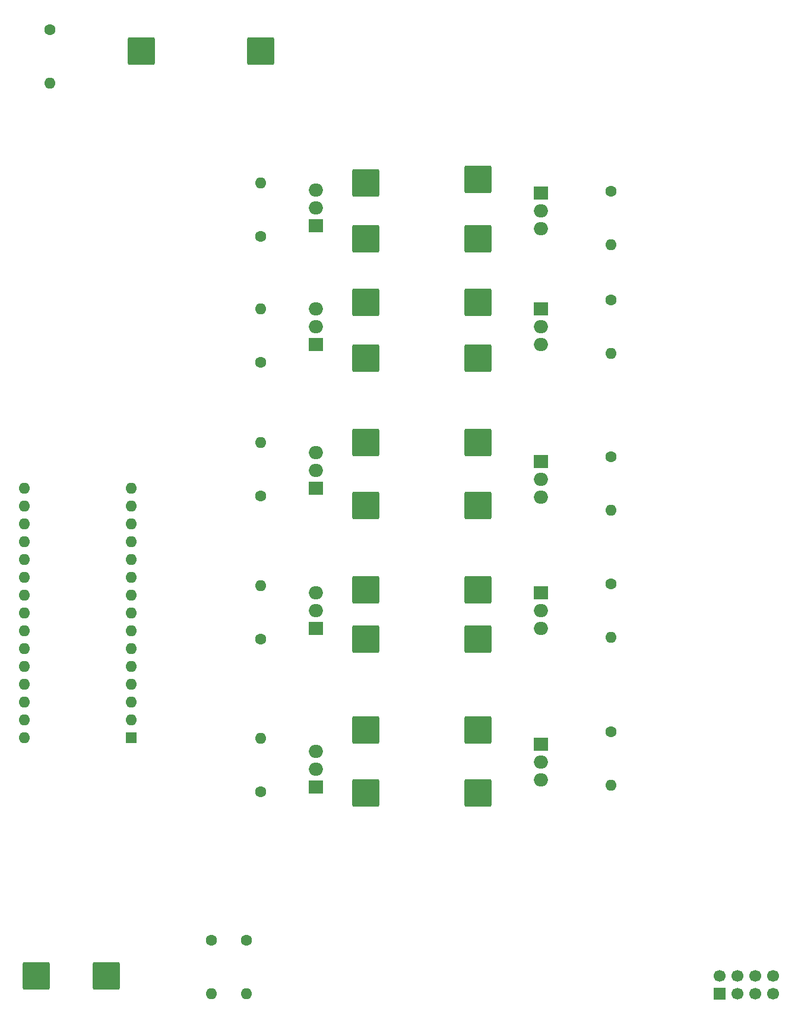
<source format=gts>
G04 #@! TF.GenerationSoftware,KiCad,Pcbnew,9.0.1*
G04 #@! TF.CreationDate,2025-05-09T02:34:20+02:00*
G04 #@! TF.ProjectId,receiver_battery,72656365-6976-4657-925f-626174746572,rev?*
G04 #@! TF.SameCoordinates,Original*
G04 #@! TF.FileFunction,Soldermask,Top*
G04 #@! TF.FilePolarity,Negative*
%FSLAX46Y46*%
G04 Gerber Fmt 4.6, Leading zero omitted, Abs format (unit mm)*
G04 Created by KiCad (PCBNEW 9.0.1) date 2025-05-09 02:34:20*
%MOMM*%
%LPD*%
G01*
G04 APERTURE LIST*
G04 Aperture macros list*
%AMRoundRect*
0 Rectangle with rounded corners*
0 $1 Rounding radius*
0 $2 $3 $4 $5 $6 $7 $8 $9 X,Y pos of 4 corners*
0 Add a 4 corners polygon primitive as box body*
4,1,4,$2,$3,$4,$5,$6,$7,$8,$9,$2,$3,0*
0 Add four circle primitives for the rounded corners*
1,1,$1+$1,$2,$3*
1,1,$1+$1,$4,$5*
1,1,$1+$1,$6,$7*
1,1,$1+$1,$8,$9*
0 Add four rect primitives between the rounded corners*
20,1,$1+$1,$2,$3,$4,$5,0*
20,1,$1+$1,$4,$5,$6,$7,0*
20,1,$1+$1,$6,$7,$8,$9,0*
20,1,$1+$1,$8,$9,$2,$3,0*%
G04 Aperture macros list end*
%ADD10R,2.000000X1.905000*%
%ADD11O,2.000000X1.905000*%
%ADD12RoundRect,0.250002X-1.699998X1.699998X-1.699998X-1.699998X1.699998X-1.699998X1.699998X1.699998X0*%
%ADD13C,1.600000*%
%ADD14O,1.600000X1.600000*%
%ADD15RoundRect,0.250002X-1.699998X-1.699998X1.699998X-1.699998X1.699998X1.699998X-1.699998X1.699998X0*%
%ADD16RoundRect,0.250002X1.699998X-1.699998X1.699998X1.699998X-1.699998X1.699998X-1.699998X-1.699998X0*%
%ADD17R,1.600000X1.600000*%
%ADD18R,1.700000X1.700000*%
%ADD19C,1.700000*%
G04 APERTURE END LIST*
D10*
G04 #@! TO.C,NPN1_5*
X102000000Y-150000000D03*
D11*
X102000000Y-152540000D03*
X102000000Y-155080000D03*
G04 #@! TD*
D12*
G04 #@! TO.C,V-led1_4*
X93000000Y-135000000D03*
G04 #@! TD*
D10*
G04 #@! TO.C,NPN2_3*
X69945000Y-113540000D03*
D11*
X69945000Y-111000000D03*
X69945000Y-108460000D03*
G04 #@! TD*
D13*
G04 #@! TO.C,PullDown2_3*
X62000000Y-114620000D03*
D14*
X62000000Y-107000000D03*
G04 #@! TD*
D15*
G04 #@! TO.C,V+_transformer1*
X45000000Y-51190000D03*
G04 #@! TD*
D13*
G04 #@! TO.C,PullDown1_3*
X112000000Y-109000000D03*
D14*
X112000000Y-116620000D03*
G04 #@! TD*
D13*
G04 #@! TO.C,R2*
X60000000Y-178000000D03*
D14*
X60000000Y-185620000D03*
G04 #@! TD*
D16*
G04 #@! TO.C,V-led2_3*
X77000000Y-116000000D03*
G04 #@! TD*
D13*
G04 #@! TO.C,PullDown2_1*
X62000000Y-77620000D03*
D14*
X62000000Y-70000000D03*
G04 #@! TD*
D12*
G04 #@! TO.C,V-led1_3*
X93000000Y-116000000D03*
G04 #@! TD*
D16*
G04 #@! TO.C,V+led2_3*
X77000000Y-107000000D03*
G04 #@! TD*
G04 #@! TO.C,V+led2_1*
X77000000Y-70000000D03*
G04 #@! TD*
D10*
G04 #@! TO.C,NPN1_2*
X102000000Y-88000000D03*
D11*
X102000000Y-90540000D03*
X102000000Y-93080000D03*
G04 #@! TD*
D13*
G04 #@! TO.C,PullDown2_5*
X62000000Y-156810000D03*
D14*
X62000000Y-149190000D03*
G04 #@! TD*
D13*
G04 #@! TO.C,PullDown1_1*
X112000000Y-71190000D03*
D14*
X112000000Y-78810000D03*
G04 #@! TD*
D15*
G04 #@! TO.C,V-_transformer1*
X62000000Y-51190000D03*
G04 #@! TD*
D10*
G04 #@! TO.C,NPN1_1*
X102000000Y-71460000D03*
D11*
X102000000Y-74000000D03*
X102000000Y-76540000D03*
G04 #@! TD*
D12*
G04 #@! TO.C,V+led1_2*
X93000000Y-87000000D03*
G04 #@! TD*
D10*
G04 #@! TO.C,NPN1_3*
X102000000Y-109730000D03*
D11*
X102000000Y-112270000D03*
X102000000Y-114810000D03*
G04 #@! TD*
D13*
G04 #@! TO.C,R3*
X55000000Y-178000000D03*
D14*
X55000000Y-185620000D03*
G04 #@! TD*
D16*
G04 #@! TO.C,V-led2_1*
X77000000Y-78000000D03*
G04 #@! TD*
D13*
G04 #@! TO.C,PullDown1_5*
X112000000Y-148270000D03*
D14*
X112000000Y-155890000D03*
G04 #@! TD*
D12*
G04 #@! TO.C,V+led1_3*
X93000000Y-107000000D03*
G04 #@! TD*
D13*
G04 #@! TO.C,PullDown1_4*
X112000000Y-127190000D03*
D14*
X112000000Y-134810000D03*
G04 #@! TD*
D10*
G04 #@! TO.C,NPN2_4*
X69945000Y-133540000D03*
D11*
X69945000Y-131000000D03*
X69945000Y-128460000D03*
G04 #@! TD*
D12*
G04 #@! TO.C,V+led1_5*
X93000000Y-148000000D03*
G04 #@! TD*
D10*
G04 #@! TO.C,NPN1_4*
X102000000Y-128460000D03*
D11*
X102000000Y-131000000D03*
X102000000Y-133540000D03*
G04 #@! TD*
D15*
G04 #@! TO.C,V+_arduino1*
X30000000Y-183000000D03*
G04 #@! TD*
D16*
G04 #@! TO.C,V+led2_5*
X77000000Y-148000000D03*
G04 #@! TD*
G04 #@! TO.C,V-led2_5*
X77000000Y-157000000D03*
G04 #@! TD*
G04 #@! TO.C,V+led2_4*
X77000000Y-128000000D03*
G04 #@! TD*
D15*
G04 #@! TO.C,GND_arduino1*
X40000000Y-183000000D03*
G04 #@! TD*
D12*
G04 #@! TO.C,V-led1_5*
X93000000Y-157000000D03*
G04 #@! TD*
G04 #@! TO.C,V+led1_1*
X93000000Y-69540000D03*
G04 #@! TD*
G04 #@! TO.C,V+led1_4*
X93000000Y-128000000D03*
G04 #@! TD*
D17*
G04 #@! TO.C,A1*
X43610000Y-149080000D03*
D14*
X43610000Y-146540000D03*
X43610000Y-144000000D03*
X43610000Y-141460000D03*
X43610000Y-138920000D03*
X43610000Y-136380000D03*
X43610000Y-133840000D03*
X43610000Y-131300000D03*
X43610000Y-128760000D03*
X43610000Y-126220000D03*
X43610000Y-123680000D03*
X43610000Y-121140000D03*
X43610000Y-118600000D03*
X43610000Y-116060000D03*
X43610000Y-113520000D03*
X28370000Y-113520000D03*
X28370000Y-116060000D03*
X28370000Y-118600000D03*
X28370000Y-121140000D03*
X28370000Y-123680000D03*
X28370000Y-126220000D03*
X28370000Y-128760000D03*
X28370000Y-131300000D03*
X28370000Y-133840000D03*
X28370000Y-136380000D03*
X28370000Y-138920000D03*
X28370000Y-141460000D03*
X28370000Y-144000000D03*
X28370000Y-146540000D03*
X28370000Y-149080000D03*
G04 #@! TD*
D16*
G04 #@! TO.C,V+led2_2*
X77000000Y-87000000D03*
G04 #@! TD*
G04 #@! TO.C,V-led2_4*
X77000000Y-135000000D03*
G04 #@! TD*
D12*
G04 #@! TO.C,V-led1_1*
X93000000Y-78000000D03*
G04 #@! TD*
D18*
G04 #@! TO.C,U1*
X127460000Y-185540000D03*
D19*
X127460000Y-183000000D03*
X130000000Y-185540000D03*
X130000000Y-183000000D03*
X132540000Y-185540000D03*
X132540000Y-183000000D03*
X135080000Y-185540000D03*
X135080000Y-183000000D03*
G04 #@! TD*
D13*
G04 #@! TO.C,PullDown1_2*
X112000000Y-86730000D03*
D14*
X112000000Y-94350000D03*
G04 #@! TD*
D10*
G04 #@! TO.C,NPN2_1*
X69945000Y-76080000D03*
D11*
X69945000Y-73540000D03*
X69945000Y-71000000D03*
G04 #@! TD*
D13*
G04 #@! TO.C,R1*
X32000000Y-48190000D03*
D14*
X32000000Y-55810000D03*
G04 #@! TD*
D10*
G04 #@! TO.C,NPN2_2*
X69945000Y-93080000D03*
D11*
X69945000Y-90540000D03*
X69945000Y-88000000D03*
G04 #@! TD*
D12*
G04 #@! TO.C,V-led1_2*
X93000000Y-95000000D03*
G04 #@! TD*
D10*
G04 #@! TO.C,NPN2_5*
X69945000Y-156080000D03*
D11*
X69945000Y-153540000D03*
X69945000Y-151000000D03*
G04 #@! TD*
D13*
G04 #@! TO.C,PullDown2_4*
X62000000Y-135000000D03*
D14*
X62000000Y-127380000D03*
G04 #@! TD*
D16*
G04 #@! TO.C,V-led2_2*
X77000000Y-95000000D03*
G04 #@! TD*
D13*
G04 #@! TO.C,PullDown2_2*
X62000000Y-95620000D03*
D14*
X62000000Y-88000000D03*
G04 #@! TD*
M02*

</source>
